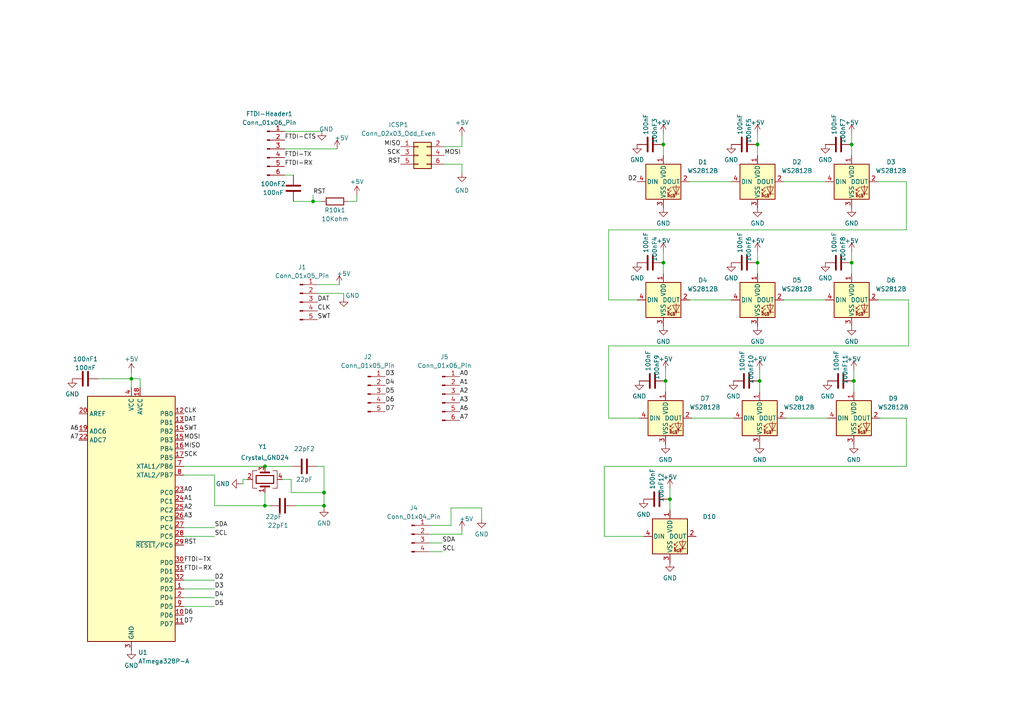
<source format=kicad_sch>
(kicad_sch (version 20230121) (generator eeschema)
  (paper "A4")
  (lib_symbols
    (symbol "Connector:Conn_01x04_Pin" (pin_names (offset 1.016) hide)
      (property "Reference" "J" (at 0 5.08 0))
      (property "Value" "Conn_01x04_Pin" (at 0 -7.62 0))
      (symbol "Conn_01x04_Pin_1_1"
        (polyline (pts (xy 1.27 -5.08) (xy 0.8636 -5.08)) (stroke (width 0.1524)))
        (polyline (pts (xy 1.27 -2.54) (xy 0.8636 -2.54)) (stroke (width 0.1524)))
        (polyline (pts (xy 1.27 0) (xy 0.8636 0)) (stroke (width 0.1524)))
        (polyline (pts (xy 1.27 2.54) (xy 0.8636 2.54)) (stroke (width 0.1524)))
        (rectangle (start 0.8636 -4.953) (end 0 -5.207) (stroke (width 0.1524)) (fill (type outline)))
        (rectangle (start 0.8636 -2.413) (end 0 -2.667) (stroke (width 0.1524)) (fill (type outline)))
        (rectangle (start 0.8636 0.127) (end 0 -0.127) (stroke (width 0.1524)) (fill (type outline)))
        (rectangle (start 0.8636 2.667) (end 0 2.413) (stroke (width 0.1524)) (fill (type outline)))
        (pin passive line (at 5.08 2.54 180) (length 3.81) (name "Pin_1") (number "1"))
        (pin passive line (at 5.08 0 180) (length 3.81) (name "Pin_2") (number "2"))
        (pin passive line (at 5.08 -2.54 180) (length 3.81) (name "Pin_3") (number "3"))
        (pin passive line (at 5.08 -5.08 180) (length 3.81) (name "Pin_4") (number "4"))
      )
    )
    (symbol "Connector:Conn_01x05_Pin" (pin_names (offset 1.016) hide)
      (property "Reference" "J" (at 0 7.62 0))
      (property "Value" "Conn_01x05_Pin" (at 0 -7.62 0))
      (symbol "Conn_01x05_Pin_1_1"
        (polyline (pts (xy 1.27 -5.08) (xy 0.8636 -5.08)) (stroke (width 0.1524)))
        (polyline (pts (xy 1.27 -2.54) (xy 0.8636 -2.54)) (stroke (width 0.1524)))
        (polyline (pts (xy 1.27 0) (xy 0.8636 0)) (stroke (width 0.1524)))
        (polyline (pts (xy 1.27 2.54) (xy 0.8636 2.54)) (stroke (width 0.1524)))
        (polyline (pts (xy 1.27 5.08) (xy 0.8636 5.08)) (stroke (width 0.1524)))
        (rectangle (start 0.8636 -4.953) (end 0 -5.207) (stroke (width 0.1524)) (fill (type outline)))
        (rectangle (start 0.8636 -2.413) (end 0 -2.667) (stroke (width 0.1524)) (fill (type outline)))
        (rectangle (start 0.8636 0.127) (end 0 -0.127) (stroke (width 0.1524)) (fill (type outline)))
        (rectangle (start 0.8636 2.667) (end 0 2.413) (stroke (width 0.1524)) (fill (type outline)))
        (rectangle (start 0.8636 5.207) (end 0 4.953) (stroke (width 0.1524)) (fill (type outline)))
        (pin passive line (at 5.08 5.08 180) (length 3.81) (name "Pin_1") (number "1"))
        (pin passive line (at 5.08 2.54 180) (length 3.81) (name "Pin_2") (number "2"))
        (pin passive line (at 5.08 0 180) (length 3.81) (name "Pin_3") (number "3"))
        (pin passive line (at 5.08 -2.54 180) (length 3.81) (name "Pin_4") (number "4"))
        (pin passive line (at 5.08 -5.08 180) (length 3.81) (name "Pin_5") (number "5"))
      )
    )
    (symbol "Connector:Conn_01x06_Pin" (pin_names (offset 1.016) hide)
      (property "Reference" "J" (at 0 7.62 0))
      (property "Value" "Conn_01x06_Pin" (at 0 -10.16 0))
      (symbol "Conn_01x06_Pin_1_1"
        (polyline (pts (xy 1.27 -7.62) (xy 0.8636 -7.62)) (stroke (width 0.1524)))
        (polyline (pts (xy 1.27 -5.08) (xy 0.8636 -5.08)) (stroke (width 0.1524)))
        (polyline (pts (xy 1.27 -2.54) (xy 0.8636 -2.54)) (stroke (width 0.1524)))
        (polyline (pts (xy 1.27 0) (xy 0.8636 0)) (stroke (width 0.1524)))
        (polyline (pts (xy 1.27 2.54) (xy 0.8636 2.54)) (stroke (width 0.1524)))
        (polyline (pts (xy 1.27 5.08) (xy 0.8636 5.08)) (stroke (width 0.1524)))
        (rectangle (start 0.8636 -7.493) (end 0 -7.747) (stroke (width 0.1524)) (fill (type outline)))
        (rectangle (start 0.8636 -4.953) (end 0 -5.207) (stroke (width 0.1524)) (fill (type outline)))
        (rectangle (start 0.8636 -2.413) (end 0 -2.667) (stroke (width 0.1524)) (fill (type outline)))
        (rectangle (start 0.8636 0.127) (end 0 -0.127) (stroke (width 0.1524)) (fill (type outline)))
        (rectangle (start 0.8636 2.667) (end 0 2.413) (stroke (width 0.1524)) (fill (type outline)))
        (rectangle (start 0.8636 5.207) (end 0 4.953) (stroke (width 0.1524)) (fill (type outline)))
        (pin passive line (at 5.08 5.08 180) (length 3.81) (name "Pin_1") (number "1"))
        (pin passive line (at 5.08 2.54 180) (length 3.81) (name "Pin_2") (number "2"))
        (pin passive line (at 5.08 0 180) (length 3.81) (name "Pin_3") (number "3"))
        (pin passive line (at 5.08 -2.54 180) (length 3.81) (name "Pin_4") (number "4"))
        (pin passive line (at 5.08 -5.08 180) (length 3.81) (name "Pin_5") (number "5"))
        (pin passive line (at 5.08 -7.62 180) (length 3.81) (name "Pin_6") (number "6"))
      )
    )
    (symbol "Connector_Generic:Conn_02x03_Odd_Even" (pin_names (offset 1.016) hide)
      (property "Reference" "J" (at 1.27 5.08 0))
      (property "Value" "Conn_02x03_Odd_Even" (at 1.27 -5.08 0))
      (symbol "Conn_02x03_Odd_Even_1_1"
        (rectangle (start -1.27 -2.413) (end 0 -2.667) (stroke (width 0.1524)))
        (rectangle (start -1.27 0.127) (end 0 -0.127) (stroke (width 0.1524)))
        (rectangle (start -1.27 2.667) (end 0 2.413) (stroke (width 0.1524)))
        (rectangle (start -1.27 3.81) (end 3.81 -3.81) (stroke (width 0.254)) (fill (type background)))
        (rectangle (start 3.81 -2.413) (end 2.54 -2.667) (stroke (width 0.1524)))
        (rectangle (start 3.81 0.127) (end 2.54 -0.127) (stroke (width 0.1524)))
        (rectangle (start 3.81 2.667) (end 2.54 2.413) (stroke (width 0.1524)))
        (pin passive line (at -5.08 2.54 0) (length 3.81) (name "Pin_1") (number "1"))
        (pin passive line (at 7.62 2.54 180) (length 3.81) (name "Pin_2") (number "2"))
        (pin passive line (at -5.08 0 0) (length 3.81) (name "Pin_3") (number "3"))
        (pin passive line (at 7.62 0 180) (length 3.81) (name "Pin_4") (number "4"))
        (pin passive line (at -5.08 -2.54 0) (length 3.81) (name "Pin_5") (number "5"))
        (pin passive line (at 7.62 -2.54 180) (length 3.81) (name "Pin_6") (number "6"))
      )
    )
    (symbol "Device:C" (pin_numbers hide) (pin_names (offset 0.254))
      (property "Reference" "C" (at 0.635 2.54 0))
      (property "Value" "C" (at 0.635 -2.54 0))
      (symbol "C_0_1"
        (polyline (pts (xy -2.032 -0.762) (xy 2.032 -0.762)) (stroke (width 0.508)))
        (polyline (pts (xy -2.032 0.762) (xy 2.032 0.762)) (stroke (width 0.508)))
      )
      (symbol "C_1_1"
        (pin passive line (at 0 3.81 270) (length 2.794) (name "~") (number "1"))
        (pin passive line (at 0 -3.81 90) (length 2.794) (name "~") (number "2"))
      )
    )
    (symbol "Device:Crystal_GND24" (pin_names (offset 1.016) hide)
      (property "Reference" "Y" (at 3.175 5.08 0))
      (property "Value" "Crystal_GND24" (at 3.175 3.175 0))
      (symbol "Crystal_GND24_0_1"
        (rectangle (start -1.143 2.54) (end 1.143 -2.54) (stroke (width 0.3048)))
        (polyline (pts (xy -2.54 0) (xy -2.032 0)))
        (polyline (pts (xy -2.032 -1.27) (xy -2.032 1.27)) (stroke (width 0.508)))
        (polyline (pts (xy 0 -3.81) (xy 0 -3.556)))
        (polyline (pts (xy 0 3.556) (xy 0 3.81)))
        (polyline (pts (xy 2.032 -1.27) (xy 2.032 1.27)) (stroke (width 0.508)))
        (polyline (pts (xy 2.032 0) (xy 2.54 0)))
        (polyline (pts (xy -2.54 -2.286) (xy -2.54 -3.556) (xy 2.54 -3.556) (xy 2.54 -2.286)))
        (polyline (pts (xy -2.54 2.286) (xy -2.54 3.556) (xy 2.54 3.556) (xy 2.54 2.286)))
      )
      (symbol "Crystal_GND24_1_1"
        (pin passive line (at -3.81 0 0) (length 1.27) (name "1") (number "1"))
        (pin passive line (at 0 5.08 270) (length 1.27) (name "2") (number "2"))
        (pin passive line (at 3.81 0 180) (length 1.27) (name "3") (number "3"))
        (pin passive line (at 0 -5.08 90) (length 1.27) (name "4") (number "4"))
      )
    )
    (symbol "Device:R" (pin_numbers hide) (pin_names (offset 0))
      (property "Reference" "R" (at 2.032 0 90))
      (property "Value" "R" (at 0 0 90))
      (symbol "R_0_1"
        (rectangle (start -1.016 -2.54) (end 1.016 2.54) (stroke (width 0.254)))
      )
      (symbol "R_1_1"
        (pin passive line (at 0 3.81 270) (length 1.27) (name "~") (number "1"))
        (pin passive line (at 0 -3.81 90) (length 1.27) (name "~") (number "2"))
      )
    )
    (symbol "LED:WS2812B" (pin_names (offset 0.254))
      (property "Reference" "D" (at 5.08 5.715 0))
      (property "Value" "WS2812B" (at 1.27 -5.715 0))
      (symbol "WS2812B_0_0"
        (text "RGB" (at 2.286 -4.191 0) (effects (font (size 0.762 0.762))))
      )
      (symbol "WS2812B_0_1"
        (polyline (pts (xy 1.27 -3.556) (xy 1.778 -3.556)))
        (polyline (pts (xy 1.27 -2.54) (xy 1.778 -2.54)))
        (polyline (pts (xy 4.699 -3.556) (xy 2.667 -3.556)))
        (polyline (pts (xy 2.286 -2.54) (xy 1.27 -3.556) (xy 1.27 -3.048)))
        (polyline (pts (xy 2.286 -1.524) (xy 1.27 -2.54) (xy 1.27 -2.032)))
        (polyline (pts (xy 3.683 -1.016) (xy 3.683 -3.556) (xy 3.683 -4.064)))
        (polyline (pts (xy 4.699 -1.524) (xy 2.667 -1.524) (xy 3.683 -3.556) (xy 4.699 -1.524)))
        (rectangle (start 5.08 5.08) (end -5.08 -5.08) (stroke (width 0.254)) (fill (type background)))
      )
      (symbol "WS2812B_1_1"
        (pin power_in line (at 0 7.62 270) (length 2.54) (name "VDD") (number "1"))
        (pin output line (at 7.62 0 180) (length 2.54) (name "DOUT") (number "2"))
        (pin power_in line (at 0 -7.62 90) (length 2.54) (name "VSS") (number "3"))
        (pin input line (at -7.62 0 0) (length 2.54) (name "DIN") (number "4"))
      )
    )
    (symbol "MCU_Microchip_ATmega:ATmega328P-A"
      (property "Reference" "U" (at -12.7 36.83 0))
      (property "Value" "ATmega328P-A" (at 2.54 -36.83 0))
      (symbol "ATmega328P-A_0_1"
        (rectangle (start -12.7 -35.56) (end 12.7 35.56) (stroke (width 0.254)) (fill (type background)))
      )
      (symbol "ATmega328P-A_1_1"
        (pin bidirectional line (at 15.24 -20.32 180) (length 2.54) (name "PD3") (number "1"))
        (pin bidirectional line (at 15.24 -27.94 180) (length 2.54) (name "PD6") (number "10"))
        (pin bidirectional line (at 15.24 -30.48 180) (length 2.54) (name "PD7") (number "11"))
        (pin bidirectional line (at 15.24 30.48 180) (length 2.54) (name "PB0") (number "12"))
        (pin bidirectional line (at 15.24 27.94 180) (length 2.54) (name "PB1") (number "13"))
        (pin bidirectional line (at 15.24 25.4 180) (length 2.54) (name "PB2") (number "14"))
        (pin bidirectional line (at 15.24 22.86 180) (length 2.54) (name "PB3") (number "15"))
        (pin bidirectional line (at 15.24 20.32 180) (length 2.54) (name "PB4") (number "16"))
        (pin bidirectional line (at 15.24 17.78 180) (length 2.54) (name "PB5") (number "17"))
        (pin power_in line (at 2.54 38.1 270) (length 2.54) (name "AVCC") (number "18"))
        (pin input line (at -15.24 25.4 0) (length 2.54) (name "ADC6") (number "19"))
        (pin bidirectional line (at 15.24 -22.86 180) (length 2.54) (name "PD4") (number "2"))
        (pin passive line (at -15.24 30.48 0) (length 2.54) (name "AREF") (number "20"))
        (pin passive line (at 0 -38.1 90) (length 2.54) hide (name "GND") (number "21"))
        (pin input line (at -15.24 22.86 0) (length 2.54) (name "ADC7") (number "22"))
        (pin bidirectional line (at 15.24 7.62 180) (length 2.54) (name "PC0") (number "23"))
        (pin bidirectional line (at 15.24 5.08 180) (length 2.54) (name "PC1") (number "24"))
        (pin bidirectional line (at 15.24 2.54 180) (length 2.54) (name "PC2") (number "25"))
        (pin bidirectional line (at 15.24 0 180) (length 2.54) (name "PC3") (number "26"))
        (pin bidirectional line (at 15.24 -2.54 180) (length 2.54) (name "PC4") (number "27"))
        (pin bidirectional line (at 15.24 -5.08 180) (length 2.54) (name "PC5") (number "28"))
        (pin bidirectional line (at 15.24 -7.62 180) (length 2.54) (name "~{RESET}/PC6") (number "29"))
        (pin power_in line (at 0 -38.1 90) (length 2.54) (name "GND") (number "3"))
        (pin bidirectional line (at 15.24 -12.7 180) (length 2.54) (name "PD0") (number "30"))
        (pin bidirectional line (at 15.24 -15.24 180) (length 2.54) (name "PD1") (number "31"))
        (pin bidirectional line (at 15.24 -17.78 180) (length 2.54) (name "PD2") (number "32"))
        (pin power_in line (at 0 38.1 270) (length 2.54) (name "VCC") (number "4"))
        (pin passive line (at 0 -38.1 90) (length 2.54) hide (name "GND") (number "5"))
        (pin passive line (at 0 38.1 270) (length 2.54) hide (name "VCC") (number "6"))
        (pin bidirectional line (at 15.24 15.24 180) (length 2.54) (name "XTAL1/PB6") (number "7"))
        (pin bidirectional line (at 15.24 12.7 180) (length 2.54) (name "XTAL2/PB7") (number "8"))
        (pin bidirectional line (at 15.24 -25.4 180) (length 2.54) (name "PD5") (number "9"))
      )
    )
    (symbol "power:+5V" (power) (pin_names (offset 0))
      (property "Value" "+5V" (at 0 3.556 0))
      (symbol "+5V_0_1"
        (polyline (pts (xy -0.762 1.27) (xy 0 2.54)))
        (polyline (pts (xy 0 0) (xy 0 2.54)))
        (polyline (pts (xy 0 2.54) (xy 0.762 1.27)))
      )
      (symbol "+5V_1_1"
        (pin power_in line (at 0 0 90) (length 0) hide (name "+5V") (number "1"))
      )
    )
    (symbol "power:GND" (power) (pin_names (offset 0))
      (property "Value" "GND" (at 0 -3.81 0))
      (symbol "GND_0_1"
        (polyline (pts (xy 0 0) (xy 0 -1.27) (xy 1.27 -1.27) (xy 0 -2.54) (xy -1.27 -1.27) (xy 0 -1.27)))
      )
      (symbol "GND_1_1"
        (pin power_in line (at 0 0 270) (length 0) hide (name "GND") (number "1"))
      )
    )
  )
  (junction (at 193.04 110.49))
  (junction (at 93.98 142.875))
  (junction (at 220.345 110.49))
  (junction (at 192.405 41.91))
  (junction (at 247.015 76.2))
  (junction (at 90.805 58.42))
  (junction (at 93.98 146.685))
  (junction (at 76.835 135.255))
  (junction (at 247.015 41.91))
  (junction (at 219.71 76.2))
  (junction (at 76.835 146.685))
  (junction (at 38.1 109.855))
  (junction (at 192.405 76.2))
  (junction (at 194.31 144.78))
  (junction (at 219.71 41.91))
  (junction (at 247.65 110.49))
  (wire (pts (xy 227.33 52.705) (xy 239.395 52.705)))
  (wire (pts (xy 133.985 39.37) (xy 133.985 42.545)))
  (wire (pts (xy 194.31 144.78) (xy 194.31 147.955)))
  (wire (pts (xy 93.98 147.32) (xy 93.98 146.685)))
  (wire (pts (xy 139.7 147.32) (xy 139.7 150.495)))
  (wire (pts (xy 176.53 86.995) (xy 184.785 86.995)))
  (wire (pts (xy 176.53 121.285) (xy 185.42 121.285)))
  (wire (pts (xy 53.34 135.255) (xy 76.835 135.255)))
  (wire (pts (xy 103.505 58.42) (xy 103.505 56.515)))
  (wire (pts (xy 175.26 135.255) (xy 175.26 155.575)))
  (wire (pts (xy 130.81 147.32) (xy 139.7 147.32)))
  (wire (pts (xy 124.46 152.4) (xy 130.81 152.4)))
  (wire (pts (xy 200.66 121.285) (xy 212.725 121.285)))
  (wire (pts (xy 200.025 52.705) (xy 212.09 52.705)))
  (wire (pts (xy 90.805 58.42) (xy 93.345 58.42)))
  (wire (pts (xy 76.835 142.875) (xy 76.835 146.685)))
  (wire (pts (xy 62.23 137.795) (xy 62.23 146.685)))
  (wire (pts (xy 133.985 154.94) (xy 124.46 154.94)))
  (wire (pts (xy 92.075 85.09) (xy 99.695 85.09)))
  (wire (pts (xy 262.89 66.675) (xy 176.53 66.675)))
  (wire (pts (xy 133.985 42.545) (xy 128.905 42.545)))
  (wire (pts (xy 70.485 139.065) (xy 71.755 139.065)))
  (wire (pts (xy 254.635 86.995) (xy 263.525 86.995)))
  (wire (pts (xy 227.965 121.285) (xy 240.03 121.285)))
  (wire (pts (xy 93.98 135.255) (xy 93.98 142.875)))
  (wire (pts (xy 124.46 160.02) (xy 128.27 160.02)))
  (wire (pts (xy 100.965 58.42) (xy 103.505 58.42)))
  (wire (pts (xy 53.34 168.275) (xy 62.23 168.275)))
  (wire (pts (xy 38.1 109.855) (xy 38.1 112.395)))
  (wire (pts (xy 262.89 121.285) (xy 262.89 135.255)))
  (wire (pts (xy 92.075 82.55) (xy 98.425 82.55)))
  (wire (pts (xy 219.71 38.735) (xy 219.71 41.91)))
  (wire (pts (xy 38.1 109.855) (xy 40.64 109.855)))
  (wire (pts (xy 192.405 76.2) (xy 192.405 79.375)))
  (wire (pts (xy 227.33 86.995) (xy 239.395 86.995)))
  (wire (pts (xy 175.26 155.575) (xy 186.69 155.575)))
  (wire (pts (xy 28.575 109.855) (xy 38.1 109.855)))
  (wire (pts (xy 247.015 73.025) (xy 247.015 76.2)))
  (wire (pts (xy 176.53 100.33) (xy 176.53 121.285)))
  (wire (pts (xy 133.985 153.67) (xy 133.985 154.94)))
  (wire (pts (xy 40.64 109.855) (xy 40.64 112.395)))
  (wire (pts (xy 82.55 38.1) (xy 93.345 38.1)))
  (wire (pts (xy 62.23 155.575) (xy 53.34 155.575)))
  (wire (pts (xy 193.04 110.49) (xy 193.04 113.665)))
  (wire (pts (xy 219.71 73.025) (xy 219.71 76.2)))
  (wire (pts (xy 247.015 38.735) (xy 247.015 41.91)))
  (wire (pts (xy 76.835 135.255) (xy 84.455 135.255)))
  (wire (pts (xy 263.525 86.995) (xy 263.525 100.33)))
  (wire (pts (xy 133.985 47.625) (xy 128.905 47.625)))
  (wire (pts (xy 192.405 38.735) (xy 192.405 41.91)))
  (wire (pts (xy 82.55 43.18) (xy 97.79 43.18)))
  (wire (pts (xy 247.65 107.315) (xy 247.65 110.49)))
  (wire (pts (xy 93.98 142.875) (xy 93.98 146.685)))
  (wire (pts (xy 262.89 135.255) (xy 175.26 135.255)))
  (wire (pts (xy 38.1 107.95) (xy 38.1 109.855)))
  (wire (pts (xy 200.025 86.995) (xy 212.09 86.995)))
  (wire (pts (xy 53.34 137.795) (xy 62.23 137.795)))
  (wire (pts (xy 262.89 52.705) (xy 262.89 66.675)))
  (wire (pts (xy 124.46 157.48) (xy 128.27 157.48)))
  (wire (pts (xy 82.55 50.8) (xy 85.09 50.8)))
  (wire (pts (xy 263.525 100.33) (xy 176.53 100.33)))
  (wire (pts (xy 219.71 41.91) (xy 219.71 45.085)))
  (wire (pts (xy 78.105 146.685) (xy 76.835 146.685)))
  (wire (pts (xy 62.23 153.035) (xy 53.34 153.035)))
  (wire (pts (xy 254.635 52.705) (xy 262.89 52.705)))
  (wire (pts (xy 53.34 170.815) (xy 62.23 170.815)))
  (wire (pts (xy 70.485 140.335) (xy 70.485 139.065)))
  (wire (pts (xy 255.27 121.285) (xy 262.89 121.285)))
  (wire (pts (xy 85.725 146.685) (xy 93.98 146.685)))
  (wire (pts (xy 90.805 58.42) (xy 90.805 56.515)))
  (wire (pts (xy 133.985 50.165) (xy 133.985 47.625)))
  (wire (pts (xy 84.455 139.065) (xy 84.455 142.875)))
  (wire (pts (xy 220.345 107.315) (xy 220.345 110.49)))
  (wire (pts (xy 194.31 141.605) (xy 194.31 144.78)))
  (wire (pts (xy 247.65 110.49) (xy 247.65 113.665)))
  (wire (pts (xy 99.695 85.09) (xy 99.695 86.36)))
  (wire (pts (xy 62.23 146.685) (xy 76.835 146.685)))
  (wire (pts (xy 220.345 110.49) (xy 220.345 113.665)))
  (wire (pts (xy 219.71 76.2) (xy 219.71 79.375)))
  (wire (pts (xy 84.455 142.875) (xy 93.98 142.875)))
  (wire (pts (xy 81.915 139.065) (xy 84.455 139.065)))
  (wire (pts (xy 53.34 175.895) (xy 62.23 175.895)))
  (wire (pts (xy 69.85 140.335) (xy 70.485 140.335)))
  (wire (pts (xy 247.015 76.2) (xy 247.015 79.375)))
  (wire (pts (xy 192.405 73.025) (xy 192.405 76.2)))
  (wire (pts (xy 176.53 66.675) (xy 176.53 86.995)))
  (wire (pts (xy 85.09 58.42) (xy 90.805 58.42)))
  (wire (pts (xy 193.04 107.315) (xy 193.04 110.49)))
  (wire (pts (xy 130.81 152.4) (xy 130.81 147.32)))
  (wire (pts (xy 247.015 41.91) (xy 247.015 45.085)))
  (wire (pts (xy 192.405 41.91) (xy 192.405 45.085)))
  (wire (pts (xy 92.075 135.255) (xy 93.98 135.255)))
  (wire (pts (xy 53.34 173.355) (xy 62.23 173.355)))
  (label "A6" (at 133.35 119.38 0))
  (label "SCK" (at 53.34 132.715 0))
  (label "A7" (at 22.86 127.635 180))
  (label "FTDI-TX" (at 82.55 45.72 0))
  (label "SWT" (at 92.075 92.71 0))
  (label "D5" (at 111.76 114.3 0))
  (label "CLK" (at 53.34 120.015 0))
  (label "A0" (at 133.35 109.22 0))
  (label "A1" (at 53.34 145.415 0))
  (label "A7" (at 133.35 121.92 0))
  (label "SDA" (at 62.23 153.035 0))
  (label "SCK" (at 116.205 45.085 180))
  (label "D4" (at 62.23 173.355 0))
  (label "MOSI" (at 53.34 127.635 0))
  (label "FTDI-CTS" (at 82.55 40.64 0))
  (label "FTDI-TX" (at 53.34 163.195 0))
  (label "SDA" (at 128.27 157.48 0))
  (label "A2" (at 53.34 147.955 0))
  (label "DAT" (at 92.075 87.63 0))
  (label "MOSI" (at 128.905 45.085 0))
  (label "D2" (at 184.785 52.705 180))
  (label "A2" (at 133.35 114.3 0))
  (label "D3" (at 111.76 109.22 0))
  (label "RST" (at 53.34 158.115 0))
  (label "RST" (at 90.805 56.515 0))
  (label "MISO" (at 116.205 42.545 180))
  (label "FTDI-RX" (at 53.34 165.735 0))
  (label "D7" (at 111.76 119.38 0))
  (label "D5" (at 62.23 175.895 0))
  (label "SCL" (at 128.27 160.02 0))
  (label "A1" (at 133.35 111.76 0))
  (label "RST" (at 116.205 47.625 180))
  (label "A6" (at 22.86 125.095 180))
  (label "FTDI-RX" (at 82.55 48.26 0))
  (label "D6" (at 111.76 116.84 0))
  (label "D6" (at 53.34 178.435 0))
  (label "D7" (at 53.34 180.975 0))
  (label "D3" (at 62.23 170.815 0))
  (label "MISO" (at 53.34 130.175 0))
  (label "A0" (at 53.34 142.875 0))
  (label "CLK" (at 92.075 90.17 0))
  (label "DAT" (at 53.34 122.555 0))
  (label "A3" (at 133.35 116.84 0))
  (label "A3" (at 53.34 150.495 0))
  (label "SCL" (at 62.23 155.575 0))
  (label "SWT" (at 53.34 125.095 0))
  (label "D2" (at 62.23 168.275 0))
  (label "D4" (at 111.76 111.76 0))
  (symbol (lib_id "power:GND") (at 212.09 76.2 0) (mirror y) (unit 1)
    (property "Reference" "#PWR020" (effects hide))
    (property "Value" "GND" (at 212.09 80.645 0))
  )
  (symbol (lib_id "Device:C") (at 215.9 76.2 90) (unit 1)
    (property "Reference" "100nF6" (at 217.17 68.58 0) (effects (justify right)))
    (property "Value" "100nF" (at 214.63 67.31 0) (effects (justify right)))
    (property "Footprint" "Capacitor_SMD:C_0805_2012Metric_Pad1.18x1.45mm_HandSolder" (effects hide))
  )
  (symbol (lib_id "LED:WS2812B") (at 247.015 52.705 0) (unit 1)
    (property "Reference" "D3" (at 258.445 46.99 0))
    (property "Value" "WS2812B" (at 258.445 49.53 0))
    (property "Footprint" "LED_SMD:LED_WS2812B_PLCC4_5.0x5.0mm_P3.2mm" (effects hide))
    (property "Datasheet" "https://cdn-shop.adafruit.com/datasheets/WS2812B.pdf" (effects hide))
  )
  (symbol (lib_id "power:+5V") (at 192.405 38.735 0) (unit 1)
    (property "Reference" "#PWR015" (effects hide))
    (property "Value" "+5V" (at 192.405 35.56 0))
  )
  (symbol (lib_id "LED:WS2812B") (at 192.405 52.705 0) (unit 1)
    (property "Reference" "D1" (at 203.835 46.99 0))
    (property "Value" "WS2812B" (at 203.835 49.53 0))
    (property "Footprint" "LED_SMD:LED_WS2812B_PLCC4_5.0x5.0mm_P3.2mm" (effects hide))
    (property "Datasheet" "https://cdn-shop.adafruit.com/datasheets/WS2812B.pdf" (effects hide))
  )
  (symbol (lib_id "LED:WS2812B") (at 193.04 121.285 0) (unit 1)
    (property "Reference" "D7" (at 204.47 115.57 0))
    (property "Value" "WS2812B" (at 204.47 118.11 0))
    (property "Footprint" "LED_SMD:LED_WS2812B_PLCC4_5.0x5.0mm_P3.2mm" (effects hide))
    (property "Datasheet" "https://cdn-shop.adafruit.com/datasheets/WS2812B.pdf" (effects hide))
  )
  (symbol (lib_id "Device:C") (at 243.205 76.2 90) (unit 1)
    (property "Reference" "100nF8" (at 244.475 68.58 0) (effects (justify right)))
    (property "Value" "100nF" (at 241.935 67.31 0) (effects (justify right)))
    (property "Footprint" "Capacitor_SMD:C_0805_2012Metric_Pad1.18x1.45mm_HandSolder" (effects hide))
  )
  (symbol (lib_id "power:+5V") (at 247.015 73.025 0) (unit 1)
    (property "Reference" "#PWR029" (effects hide))
    (property "Value" "+5V" (at 247.015 69.85 0))
  )
  (symbol (lib_id "power:+5V") (at 97.79 43.18 0) (unit 1)
    (property "Reference" "#PWR08" (effects hide))
    (property "Value" "+5V" (at 99.06 40.005 0))
  )
  (symbol (lib_id "Device:C") (at 81.915 146.685 270) (unit 1)
    (property "Reference" "22pF1" (at 80.645 152.4 90))
    (property "Value" "22pF" (at 79.375 149.86 90))
    (property "Footprint" "Capacitor_SMD:C_0805_2012Metric_Pad1.18x1.45mm_HandSolder" (effects hide))
    (property "LCSC" "C376875" (effects hide))
  )
  (symbol (lib_id "power:GND") (at 192.405 94.615 0) (unit 1)
    (property "Reference" "#PWR018" (effects hide))
    (property "Value" "GND" (at 192.405 99.06 0))
  )
  (symbol (lib_id "Device:C") (at 190.5 144.78 90) (unit 1)
    (property "Reference" "100nF12" (at 191.77 137.16 0) (effects (justify right)))
    (property "Value" "100nF" (at 189.23 135.89 0) (effects (justify right)))
    (property "Footprint" "Capacitor_SMD:C_0805_2012Metric_Pad1.18x1.45mm_HandSolder" (effects hide))
  )
  (symbol (lib_id "power:+5V") (at 103.505 56.515 0) (unit 1)
    (property "Reference" "#PWR09" (effects hide))
    (property "Value" "+5V" (at 103.505 52.705 0))
  )
  (symbol (lib_id "power:+5V") (at 133.985 153.67 0) (unit 1)
    (property "Reference" "#PWR044" (effects hide))
    (property "Value" "+5V" (at 135.255 150.495 0))
  )
  (symbol (lib_id "power:GND") (at 184.785 76.2 0) (mirror y) (unit 1)
    (property "Reference" "#PWR014" (effects hide))
    (property "Value" "GND" (at 184.785 80.645 0))
  )
  (symbol (lib_id "MCU_Microchip_ATmega:ATmega328P-A") (at 38.1 150.495 0) (unit 1)
    (property "Reference" "U1" (at 40.0559 189.23 0) (effects (justify left)))
    (property "Value" "ATmega328P-A" (at 40.0559 191.77 0) (effects (justify left)))
    (property "Footprint" "Package_QFP:TQFP-32_7x7mm_P0.8mm" (effects hide))
    (property "Datasheet" "http://ww1.microchip.com/downloads/en/DeviceDoc/ATmega328_P%20AVR%20MCU%20with%20picoPower%20Technology%20Data%20Sheet%2040001984A.pdf" (effects hide))
    (property "LCSC" "C132230" (effects hide))
  )
  (symbol (lib_id "Device:C") (at 188.595 76.2 90) (unit 1)
    (property "Reference" "100nF4" (at 189.865 68.58 0) (effects (justify right)))
    (property "Value" "100nF" (at 187.325 67.31 0) (effects (justify right)))
    (property "Footprint" "Capacitor_SMD:C_0805_2012Metric_Pad1.18x1.45mm_HandSolder" (effects hide))
  )
  (symbol (lib_id "power:+5V") (at 194.31 141.605 0) (unit 1)
    (property "Reference" "#PWR041" (effects hide))
    (property "Value" "+5V" (at 194.31 138.43 0))
  )
  (symbol (lib_id "power:GND") (at 133.985 50.165 0) (unit 1)
    (property "Reference" "#PWR011" (effects hide))
    (property "Value" "GND" (at 133.985 55.245 0))
  )
  (symbol (lib_id "Device:C") (at 243.84 110.49 90) (unit 1)
    (property "Reference" "100nF11" (at 245.11 102.87 0) (effects (justify right)))
    (property "Value" "100nF" (at 242.57 101.6 0) (effects (justify right)))
    (property "Footprint" "Capacitor_SMD:C_0805_2012Metric_Pad1.18x1.45mm_HandSolder" (effects hide))
  )
  (symbol (lib_id "power:GND") (at 194.31 163.195 0) (unit 1)
    (property "Reference" "#PWR042" (effects hide))
    (property "Value" "GND" (at 194.31 167.64 0))
  )
  (symbol (lib_id "power:GND") (at 185.42 110.49 0) (mirror y) (unit 1)
    (property "Reference" "#PWR031" (effects hide))
    (property "Value" "GND" (at 185.42 114.935 0))
  )
  (symbol (lib_id "power:+5V") (at 247.65 107.315 0) (unit 1)
    (property "Reference" "#PWR038" (effects hide))
    (property "Value" "+5V" (at 247.65 104.14 0))
  )
  (symbol (lib_id "LED:WS2812B") (at 219.71 86.995 0) (unit 1)
    (property "Reference" "D5" (at 231.14 81.28 0))
    (property "Value" "WS2812B" (at 231.14 83.82 0))
    (property "Footprint" "LED_SMD:LED_WS2812B_PLCC4_5.0x5.0mm_P3.2mm" (effects hide))
    (property "Datasheet" "https://cdn-shop.adafruit.com/datasheets/WS2812B.pdf" (effects hide))
  )
  (symbol (lib_id "power:+5V") (at 247.015 38.735 0) (unit 1)
    (property "Reference" "#PWR027" (effects hide))
    (property "Value" "+5V" (at 247.015 35.56 0))
  )
  (symbol (lib_id "power:GND") (at 219.71 60.325 0) (unit 1)
    (property "Reference" "#PWR022" (effects hide))
    (property "Value" "GND" (at 219.71 64.77 0))
  )
  (symbol (lib_id "LED:WS2812B") (at 247.015 86.995 0) (unit 1)
    (property "Reference" "D6" (at 258.445 81.28 0))
    (property "Value" "WS2812B" (at 258.445 83.82 0))
    (property "Footprint" "LED_SMD:LED_WS2812B_PLCC4_5.0x5.0mm_P3.2mm" (effects hide))
    (property "Datasheet" "https://cdn-shop.adafruit.com/datasheets/WS2812B.pdf" (effects hide))
  )
  (symbol (lib_id "Device:C") (at 189.23 110.49 90) (unit 1)
    (property "Reference" "100nF9" (at 190.5 102.87 0) (effects (justify right)))
    (property "Value" "100nF" (at 187.96 101.6 0) (effects (justify right)))
    (property "Footprint" "Capacitor_SMD:C_0805_2012Metric_Pad1.18x1.45mm_HandSolder" (effects hide))
  )
  (symbol (lib_id "LED:WS2812B") (at 192.405 86.995 0) (unit 1)
    (property "Reference" "D4" (at 203.835 81.28 0))
    (property "Value" "WS2812B" (at 203.835 83.82 0))
    (property "Footprint" "LED_SMD:LED_WS2812B_PLCC4_5.0x5.0mm_P3.2mm" (effects hide))
    (property "Datasheet" "https://cdn-shop.adafruit.com/datasheets/WS2812B.pdf" (effects hide))
  )
  (symbol (lib_id "power:GND") (at 247.015 60.325 0) (unit 1)
    (property "Reference" "#PWR028" (effects hide))
    (property "Value" "GND" (at 247.015 64.77 0))
  )
  (symbol (lib_id "LED:WS2812B") (at 219.71 52.705 0) (unit 1)
    (property "Reference" "D2" (at 231.14 46.99 0))
    (property "Value" "WS2812B" (at 231.14 49.53 0))
    (property "Footprint" "LED_SMD:LED_WS2812B_PLCC4_5.0x5.0mm_P3.2mm" (effects hide))
    (property "Datasheet" "https://cdn-shop.adafruit.com/datasheets/WS2812B.pdf" (effects hide))
  )
  (symbol (lib_id "power:GND") (at 186.69 144.78 0) (mirror y) (unit 1)
    (property "Reference" "#PWR040" (effects hide))
    (property "Value" "GND" (at 186.69 149.225 0))
  )
  (symbol (lib_id "power:+5V") (at 219.71 73.025 0) (unit 1)
    (property "Reference" "#PWR023" (effects hide))
    (property "Value" "+5V" (at 219.71 69.85 0))
  )
  (symbol (lib_id "Connector_Generic:Conn_02x03_Odd_Even") (at 121.285 45.085 0) (unit 1)
    (property "Reference" "ICSP1" (at 115.57 36.195 0))
    (property "Value" "Conn_02x03_Odd_Even" (at 115.57 38.735 0))
    (property "Footprint" "Connector_PinHeader_2.54mm:PinHeader_2x03_P2.54mm_Vertical" (effects hide))
  )
  (symbol (lib_id "Device:C") (at 88.265 135.255 90) (unit 1)
    (property "Reference" "22pF2" (at 88.265 130.175 90))
    (property "Value" "22pF" (at 88.265 139.065 90))
    (property "Footprint" "Capacitor_SMD:C_0805_2012Metric_Pad1.18x1.45mm_HandSolder" (effects hide))
    (property "LCSC" "C376875" (effects hide))
  )
  (symbol (lib_id "power:GND") (at 20.955 109.855 0) (unit 1)
    (property "Reference" "#PWR01" (effects hide))
    (property "Value" "GND" (at 20.955 114.3 0))
  )
  (symbol (lib_id "Connector:Conn_01x04_Pin") (at 119.38 154.94 0) (unit 1)
    (property "Reference" "J4" (at 120.015 147.32 0))
    (property "Value" "Conn_01x04_Pin" (at 120.015 149.86 0))
    (property "Footprint" "Connector_PinHeader_2.54mm:PinHeader_1x04_P2.54mm_Vertical" (effects hide))
  )
  (symbol (lib_id "power:GND") (at 93.345 38.1 0) (unit 1)
    (property "Reference" "#PWR07" (effects hide))
    (property "Value" "GND" (at 94.615 37.465 0))
  )
  (symbol (lib_id "Connector:Conn_01x06_Pin") (at 128.27 114.3 0) (unit 1)
    (property "Reference" "J5" (at 128.905 103.505 0))
    (property "Value" "Conn_01x06_Pin" (at 128.905 106.045 0))
    (property "Footprint" "Connector_PinHeader_2.54mm:PinHeader_1x06_P2.54mm_Vertical" (effects hide))
  )
  (symbol (lib_id "LED:WS2812B") (at 194.31 155.575 0) (unit 1)
    (property "Reference" "D10" (at 205.74 149.86 0))
    (property "Value" "WS2812B" (effects hide))
    (property "Footprint" "LED_SMD:LED_WS2812B_PLCC4_5.0x5.0mm_P3.2mm" (effects hide))
    (property "Datasheet" "https://cdn-shop.adafruit.com/datasheets/WS2812B.pdf" (effects hide))
  )
  (symbol (lib_id "power:GND") (at 184.785 41.91 0) (mirror y) (unit 1)
    (property "Reference" "#PWR013" (effects hide))
    (property "Value" "GND" (at 184.785 46.355 0))
  )
  (symbol (lib_id "power:GND") (at 38.1 188.595 0) (unit 1)
    (property "Reference" "#PWR03" (effects hide))
    (property "Value" "GND" (at 38.1 193.04 0))
  )
  (symbol (lib_id "Connector:Conn_01x06_Pin") (at 77.47 43.18 0) (unit 1)
    (property "Reference" "FTDI-Header1" (at 78.105 33.02 0))
    (property "Value" "Conn_01x06_Pin" (at 78.105 35.56 0))
    (property "Footprint" "Connector_PinHeader_2.54mm:PinHeader_1x06_P2.54mm_Vertical" (effects hide))
  )
  (symbol (lib_id "Device:C") (at 85.09 54.61 180) (unit 1)
    (property "Reference" "100nF2" (at 75.565 53.34 0) (effects (justify right)))
    (property "Value" "100nF" (at 76.2 55.88 0) (effects (justify right)))
    (property "Footprint" "Capacitor_SMD:C_0805_2012Metric_Pad1.18x1.45mm_HandSolder" (effects hide))
  )
  (symbol (lib_id "power:GND") (at 69.85 140.335 270) (unit 1)
    (property "Reference" "#PWR04" (effects hide))
    (property "Value" "GND" (at 66.675 140.335 90) (effects (justify right)))
  )
  (symbol (lib_id "Device:C") (at 188.595 41.91 90) (unit 1)
    (property "Reference" "100nF3" (at 189.865 34.29 0) (effects (justify right)))
    (property "Value" "100nF" (at 187.325 33.02 0) (effects (justify right)))
    (property "Footprint" "Capacitor_SMD:C_0805_2012Metric_Pad1.18x1.45mm_HandSolder" (effects hide))
  )
  (symbol (lib_id "Device:C") (at 243.205 41.91 90) (unit 1)
    (property "Reference" "100nF7" (at 244.475 34.29 0) (effects (justify right)))
    (property "Value" "100nF" (at 241.935 33.02 0) (effects (justify right)))
    (property "Footprint" "Capacitor_SMD:C_0805_2012Metric_Pad1.18x1.45mm_HandSolder" (effects hide))
  )
  (symbol (lib_id "Connector:Conn_01x05_Pin") (at 86.995 87.63 0) (unit 1)
    (property "Reference" "J1" (at 87.63 77.47 0))
    (property "Value" "Conn_01x05_Pin" (at 87.63 80.01 0))
    (property "Footprint" "Connector_PinHeader_2.54mm:PinHeader_1x05_P2.54mm_Vertical" (effects hide))
  )
  (symbol (lib_id "power:GND") (at 212.725 110.49 0) (mirror y) (unit 1)
    (property "Reference" "#PWR034" (effects hide))
    (property "Value" "GND" (at 212.725 114.935 0))
  )
  (symbol (lib_id "power:GND") (at 247.015 94.615 0) (unit 1)
    (property "Reference" "#PWR030" (effects hide))
    (property "Value" "GND" (at 247.015 99.06 0))
  )
  (symbol (lib_id "power:+5V") (at 38.1 107.95 0) (unit 1)
    (property "Reference" "#PWR02" (effects hide))
    (property "Value" "+5V" (at 38.1 104.14 0))
  )
  (symbol (lib_id "power:GND") (at 212.09 41.91 0) (mirror y) (unit 1)
    (property "Reference" "#PWR019" (effects hide))
    (property "Value" "GND" (at 212.09 46.355 0))
  )
  (symbol (lib_id "power:GND") (at 139.7 150.495 0) (unit 1)
    (property "Reference" "#PWR043" (effects hide))
    (property "Value" "GND" (at 139.7 154.94 0))
  )
  (symbol (lib_id "Device:R") (at 97.155 58.42 90) (unit 1)
    (property "Reference" "R10k1" (at 97.155 60.96 90))
    (property "Value" "10Kohm" (at 97.155 63.5 90))
    (property "Footprint" "Capacitor_SMD:C_0805_2012Metric_Pad1.18x1.45mm_HandSolder" (effects hide))
  )
  (symbol (lib_id "power:GND") (at 93.98 147.32 0) (unit 1)
    (property "Reference" "#PWR05" (effects hide))
    (property "Value" "GND" (at 93.98 151.765 0))
  )
  (symbol (lib_id "power:+5V") (at 192.405 73.025 0) (unit 1)
    (property "Reference" "#PWR017" (effects hide))
    (property "Value" "+5V" (at 192.405 69.85 0))
  )
  (symbol (lib_id "LED:WS2812B") (at 220.345 121.285 0) (unit 1)
    (property "Reference" "D8" (at 231.775 115.57 0))
    (property "Value" "WS2812B" (at 231.775 118.11 0))
    (property "Footprint" "LED_SMD:LED_WS2812B_PLCC4_5.0x5.0mm_P3.2mm" (effects hide))
    (property "Datasheet" "https://cdn-shop.adafruit.com/datasheets/WS2812B.pdf" (effects hide))
  )
  (symbol (lib_id "power:GND") (at 240.03 110.49 0) (mirror y) (unit 1)
    (property "Reference" "#PWR037" (effects hide))
    (property "Value" "GND" (at 240.03 114.935 0))
  )
  (symbol (lib_id "power:+5V") (at 133.985 39.37 0) (unit 1)
    (property "Reference" "#PWR010" (effects hide))
    (property "Value" "+5V" (at 133.985 35.56 0))
  )
  (symbol (lib_id "power:+5V") (at 193.04 107.315 0) (unit 1)
    (property "Reference" "#PWR032" (effects hide))
    (property "Value" "+5V" (at 193.04 104.14 0))
  )
  (symbol (lib_id "power:+5V") (at 219.71 38.735 0) (unit 1)
    (property "Reference" "#PWR021" (effects hide))
    (property "Value" "+5V" (at 219.71 35.56 0))
  )
  (symbol (lib_id "power:GND") (at 239.395 41.91 0) (mirror y) (unit 1)
    (property "Reference" "#PWR025" (effects hide))
    (property "Value" "GND" (at 239.395 46.355 0))
  )
  (symbol (lib_id "power:GND") (at 247.65 128.905 0) (unit 1)
    (property "Reference" "#PWR039" (effects hide))
    (property "Value" "GND" (at 247.65 133.35 0))
  )
  (symbol (lib_id "power:GND") (at 219.71 94.615 0) (unit 1)
    (property "Reference" "#PWR024" (effects hide))
    (property "Value" "GND" (at 219.71 99.06 0))
  )
  (symbol (lib_id "power:GND") (at 193.04 128.905 0) (unit 1)
    (property "Reference" "#PWR033" (effects hide))
    (property "Value" "GND" (at 193.04 133.35 0))
  )
  (symbol (lib_id "power:GND") (at 192.405 60.325 0) (unit 1)
    (property "Reference" "#PWR016" (effects hide))
    (property "Value" "GND" (at 192.405 64.77 0))
  )
  (symbol (lib_id "Device:C") (at 215.9 41.91 90) (unit 1)
    (property "Reference" "100nF5" (at 217.17 34.29 0) (effects (justify right)))
    (property "Value" "100nF" (at 214.63 33.02 0) (effects (justify right)))
    (property "Footprint" "Capacitor_SMD:C_0805_2012Metric_Pad1.18x1.45mm_HandSolder" (effects hide))
  )
  (symbol (lib_id "power:GND") (at 99.695 86.36 0) (unit 1)
    (property "Reference" "#PWR012" (effects hide))
    (property "Value" "GND" (at 102.235 85.725 0))
  )
  (symbol (lib_id "LED:WS2812B") (at 247.65 121.285 0) (unit 1)
    (property "Reference" "D9" (at 259.08 115.57 0))
    (property "Value" "WS2812B" (at 259.08 118.11 0))
    (property "Footprint" "LED_SMD:LED_WS2812B_PLCC4_5.0x5.0mm_P3.2mm" (effects hide))
    (property "Datasheet" "https://cdn-shop.adafruit.com/datasheets/WS2812B.pdf" (effects hide))
  )
  (symbol (lib_id "Connector:Conn_01x05_Pin") (at 106.68 114.3 0) (unit 1)
    (property "Reference" "J2" (at 106.68 103.505 0))
    (property "Value" "Conn_01x05_Pin" (at 106.68 106.045 0))
    (property "Footprint" "Connector_PinHeader_2.54mm:PinHeader_1x05_P2.54mm_Vertical" (effects hide))
  )
  (symbol (lib_id "Device:C") (at 216.535 110.49 90) (unit 1)
    (property "Reference" "100nF10" (at 217.805 102.87 0) (effects (justify right)))
    (property "Value" "100nF" (at 215.265 101.6 0) (effects (justify right)))
    (property "Footprint" "Capacitor_SMD:C_0805_2012Metric_Pad1.18x1.45mm_HandSolder" (effects hide))
  )
  (symbol (lib_id "Device:Crystal_GND24") (at 76.835 139.065 90) (unit 1)
    (property "Reference" "Y1" (at 76.2 129.54 90))
    (property "Value" "Crystal_GND24" (at 76.835 132.715 90))
    (property "Footprint" "Crystal:Crystal_SMD_3225-4Pin_3.2x2.5mm_HandSoldering" (effects hide))
    (property "LCSC" "C1985977" (effects hide))
  )
  (symbol (lib_id "power:GND") (at 220.345 128.905 0) (unit 1)
    (property "Reference" "#PWR036" (effects hide))
    (property "Value" "GND" (at 220.345 133.35 0))
  )
  (symbol (lib_id "power:GND") (at 239.395 76.2 0) (mirror y) (unit 1)
    (property "Reference" "#PWR026" (effects hide))
    (property "Value" "GND" (at 239.395 80.645 0))
  )
  (symbol (lib_id "Device:C") (at 24.765 109.855 270) (unit 1)
    (property "Reference" "100nF1" (at 24.765 104.14 90))
    (property "Value" "100nF" (at 24.765 106.68 90))
    (property "Footprint" "Capacitor_SMD:C_0805_2012Metric_Pad1.18x1.45mm_HandSolder" (effects hide))
    (property "LCSC" "C2830721" (effects hide))
  )
  (symbol (lib_id "power:+5V") (at 220.345 107.315 0) (unit 1)
    (property "Reference" "#PWR035" (effects hide))
    (property "Value" "+5V" (at 220.345 104.14 0))
  )
  (symbol (lib_id "power:+5V") (at 98.425 82.55 0) (unit 1)
    (property "Reference" "#PWR06" (effects hide))
    (property "Value" "+5V" (at 99.695 79.375 0))
  )
)
</source>
